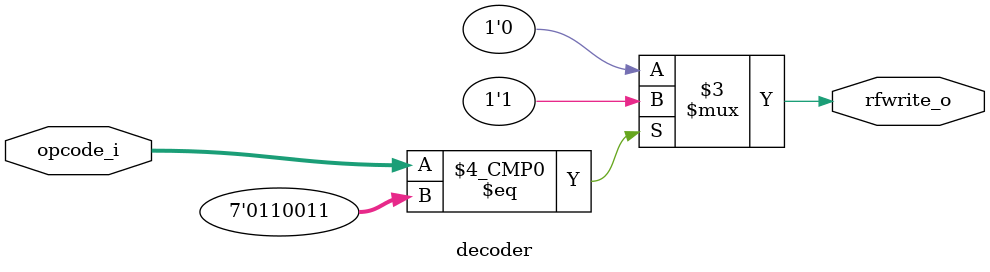
<source format=v>
module decoder (
	input			[6:0]	opcode_i,
	output reg			rfwrite_o
);
	
	always @(*)
	begin
		case (opcode_i)
			//Soporte para instrucciones R
			7'b0110011:
				begin
					rfwrite_o	=	1'b1;
				end
			default:
				begin
					rfwrite_o	=	1'b0;
				end
		endcase
	end
endmodule 
</source>
